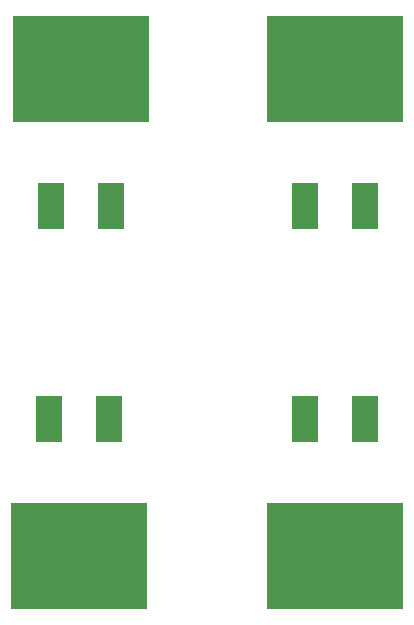
<source format=gbr>
%TF.GenerationSoftware,Altium Limited,Altium Designer,20.0.12 (288)*%
G04 Layer_Color=128*
%FSLAX44Y44*%
%MOMM*%
%TF.FileFunction,Paste,Bot*%
%TF.Part,Single*%
G01*
G75*
%TA.AperFunction,SMDPad,CuDef*%
%ADD37R,11.6300X9.0900*%
%ADD38R,2.2800X4.0100*%
D37*
X454600Y556500D02*
D03*
Y143500D02*
D03*
X239600Y556500D02*
D03*
X237100Y143500D02*
D03*
D38*
X429200Y440000D02*
D03*
X480000D02*
D03*
X429200Y260000D02*
D03*
X480000D02*
D03*
X265000Y440000D02*
D03*
X214200D02*
D03*
X211700Y260000D02*
D03*
X262500D02*
D03*
%TF.MD5,707e35b77a83ba0a4db9d30af88e3866*%
M02*

</source>
